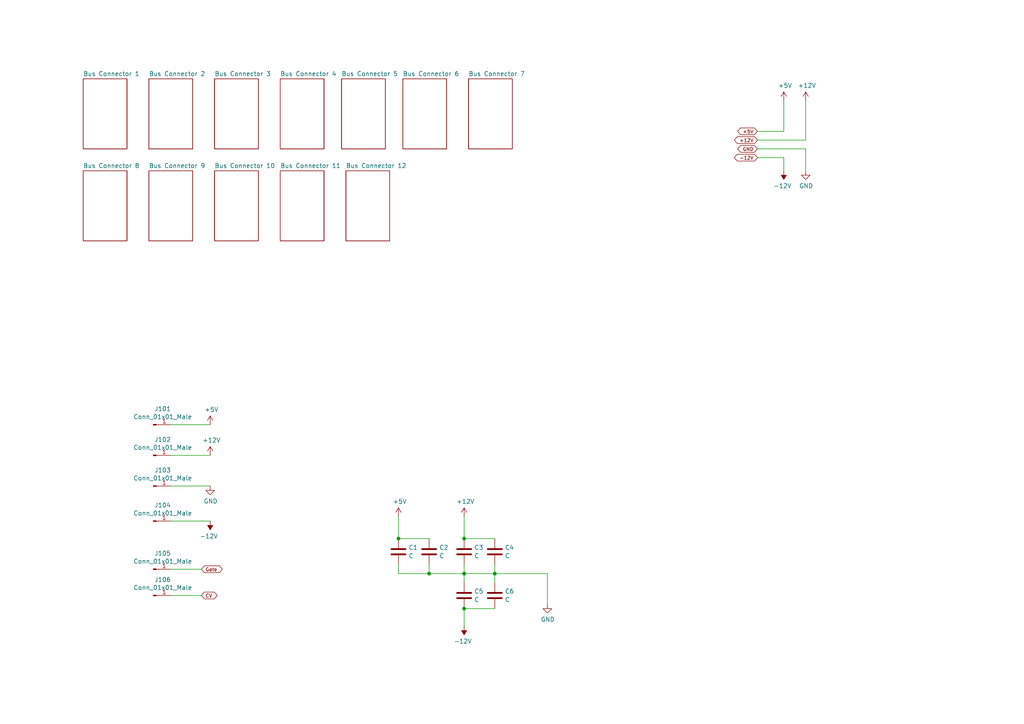
<source format=kicad_sch>
(kicad_sch (version 20231120) (generator "eeschema") (generator_version "8.0")
  (paper "A4")
  (title_block (title "moPsy Bus Board 3") (rev "1") (company "moPsy"))
  (lib_symbols
    (symbol "Device:C" (pin_numbers hide) (pin_names (offset 0.254))
      (property "Reference" "C" (at 0.635 2.54 0))
      (property "Value" "C" (at 0.635 -2.54 0))
      (symbol "C_0_1"
        (polyline (pts (xy -2.032 -0.762) (xy 2.032 -0.762)) (stroke (width 0.508)))
        (polyline (pts (xy -2.032 0.762) (xy 2.032 0.762)) (stroke (width 0.508)))
      )
      (symbol "C_1_1"
        (pin passive line (at 0 3.81 270) (length 2.794) (name "~") (number "1"))
        (pin passive line (at 0 -3.81 90) (length 2.794) (name "~") (number "2"))
      )
    )
    (symbol "mopsy_BusBoard_2-rescue:+12V-power" (power) (pin_names (offset 0))
      (property "Value" "power_+12V" (at 0 3.556 0))
      (symbol "+12V-power_0_1"
        (polyline (pts (xy -0.762 1.27) (xy 0 2.54)))
        (polyline (pts (xy 0 0) (xy 0 2.54)))
        (polyline (pts (xy 0 2.54) (xy 0.762 1.27)))
      )
      (symbol "+12V-power_1_1"
        (pin power_in line (at 0 0 90) (length 0) hide (name "+12V") (number "1"))
      )
    )
    (symbol "mopsy_BusBoard_2-rescue:+5V-power" (power) (pin_names (offset 0))
      (property "Value" "power_+5V" (at 0 3.556 0))
      (symbol "+5V-power_0_1"
        (polyline (pts (xy -0.762 1.27) (xy 0 2.54)))
        (polyline (pts (xy 0 0) (xy 0 2.54)))
        (polyline (pts (xy 0 2.54) (xy 0.762 1.27)))
      )
      (symbol "+5V-power_1_1"
        (pin power_in line (at 0 0 90) (length 0) hide (name "+5V") (number "1"))
      )
    )
    (symbol "mopsy_BusBoard_2-rescue:-12V-power" (power) (pin_names (offset 0))
      (property "Value" "power_-12V" (at 0 3.81 0))
      (symbol "-12V-power_0_0"
        (pin power_in line (at 0 0 90) (length 0) hide (name "-12V") (number "1"))
      )
      (symbol "-12V-power_0_1"
        (polyline (pts (xy 0 0) (xy 0 1.27) (xy 0.762 1.27) (xy 0 2.54) (xy -0.762 1.27) (xy 0 1.27)) (fill (type outline)))
      )
    )
    (symbol "mopsy_BusBoard_2-rescue:Conn_01x01_Male-Connector" (pin_names (offset 1.016) hide)
      (property "Reference" "J" (at 0 2.54 0))
      (property "Value" "Connector_Conn_01x01_Male" (at 0 -2.54 0))
      (symbol "Conn_01x01_Male-Connector_1_1"
        (polyline (pts (xy 1.27 0) (xy 0.8636 0)) (stroke (width 0.1524)))
        (rectangle (start 0.8636 0.127) (end 0 -0.127) (stroke (width 0.1524)) (fill (type outline)))
        (pin passive line (at 5.08 0 180) (length 3.81) (name "Pin_1") (number "1"))
      )
    )
    (symbol "mopsy_BusBoard_2-rescue:GND-power" (power) (pin_names (offset 0))
      (property "Value" "power_GND" (at 0 -3.81 0))
      (symbol "GND-power_0_1"
        (polyline (pts (xy 0 0) (xy 0 -1.27) (xy 1.27 -1.27) (xy 0 -2.54) (xy -1.27 -1.27) (xy 0 -1.27)))
      )
      (symbol "GND-power_1_1"
        (pin power_in line (at 0 0 270) (length 0) hide (name "GND") (number "1"))
      )
    )
  )
  (junction (at 134.62 156.21))
  (junction (at 115.57 156.21))
  (junction (at 124.46 166.37))
  (junction (at 134.62 176.53))
  (junction (at 143.51 166.37))
  (junction (at 134.62 166.37))
  (wire (pts (xy 143.51 166.37) (xy 158.75 166.37)))
  (wire (pts (xy 233.68 43.18) (xy 233.68 49.53)))
  (wire (pts (xy 134.62 176.53) (xy 143.51 176.53)))
  (wire (pts (xy 49.53 151.13) (xy 60.96 151.13)))
  (wire (pts (xy 134.62 181.61) (xy 134.62 176.53)))
  (wire (pts (xy 134.62 163.83) (xy 134.62 166.37)))
  (wire (pts (xy 49.53 123.19) (xy 60.96 123.19)))
  (wire (pts (xy 219.71 45.72) (xy 227.33 45.72)))
  (wire (pts (xy 134.62 166.37) (xy 143.51 166.37)))
  (wire (pts (xy 124.46 163.83) (xy 124.46 166.37)))
  (wire (pts (xy 158.75 166.37) (xy 158.75 175.26)))
  (wire (pts (xy 115.57 166.37) (xy 124.46 166.37)))
  (wire (pts (xy 134.62 149.86) (xy 134.62 156.21)))
  (wire (pts (xy 219.71 40.64) (xy 233.68 40.64)))
  (wire (pts (xy 60.96 132.08) (xy 49.53 132.08)))
  (wire (pts (xy 227.33 38.1) (xy 227.33 29.21)))
  (wire (pts (xy 115.57 149.86) (xy 115.57 156.21)))
  (wire (pts (xy 115.57 156.21) (xy 124.46 156.21)))
  (wire (pts (xy 134.62 156.21) (xy 143.51 156.21)))
  (wire (pts (xy 219.71 38.1) (xy 227.33 38.1)))
  (wire (pts (xy 227.33 45.72) (xy 227.33 49.53)))
  (wire (pts (xy 134.62 166.37) (xy 134.62 168.91)))
  (wire (pts (xy 49.53 165.1) (xy 58.42 165.1)))
  (wire (pts (xy 115.57 163.83) (xy 115.57 166.37)))
  (wire (pts (xy 124.46 166.37) (xy 134.62 166.37)))
  (wire (pts (xy 49.53 172.72) (xy 58.42 172.72)))
  (wire (pts (xy 143.51 163.83) (xy 143.51 166.37)))
  (wire (pts (xy 143.51 166.37) (xy 143.51 168.91)))
  (wire (pts (xy 233.68 40.64) (xy 233.68 29.21)))
  (wire (pts (xy 233.68 43.18) (xy 219.71 43.18)))
  (wire (pts (xy 49.53 140.97) (xy 60.96 140.97)))
  (global_label "CV" (shape bidirectional) (at 58.42 172.72 0) (effects (font (size 0.9906 0.9906))) (property "Intersheetrefs" "${INTERSHEET_REFS}" (effects (hide yes))))
  (global_label "+5V" (shape bidirectional) (at 219.71 38.1 180) (effects (font (size 0.9906 0.9906))) (property "Intersheetrefs" "${INTERSHEET_REFS}" (effects (hide yes))))
  (global_label "GND" (shape bidirectional) (at 219.71 43.18 180) (effects (font (size 0.9906 0.9906))) (property "Intersheetrefs" "${INTERSHEET_REFS}" (effects (hide yes))))
  (global_label "+12V" (shape bidirectional) (at 219.71 40.64 180) (effects (font (size 0.9906 0.9906))) (property "Intersheetrefs" "${INTERSHEET_REFS}" (effects (hide yes))))
  (global_label "-12V" (shape bidirectional) (at 219.71 45.72 180) (effects (font (size 0.9906 0.9906))) (property "Intersheetrefs" "${INTERSHEET_REFS}" (effects (hide yes))))
  (global_label "Gate" (shape bidirectional) (at 58.42 165.1 0) (effects (font (size 0.9906 0.9906))) (property "Intersheetrefs" "${INTERSHEET_REFS}" (effects (hide yes))))
  (symbol (lib_id "mopsy_BusBoard_2-rescue:Conn_01x01_Male-Connector") (at 44.45 123.19 0) (unit 1)
    (property "Reference" "J101" (at 47.1932 118.5926 0))
    (property "Value" "Conn_01x01_Male" (at 47.1932 120.904 0))
    (property "Footprint" "moPsy:Connector FS-P475" (effects (hide yes)))
  )
  (symbol (lib_id "mopsy_BusBoard_2-rescue:Conn_01x01_Male-Connector") (at 44.45 132.08 0) (unit 1)
    (property "Reference" "J102" (at 47.1932 127.4826 0))
    (property "Value" "Conn_01x01_Male" (at 47.1932 129.794 0))
    (property "Footprint" "moPsy:Connector FS-P475" (effects (hide yes)))
  )
  (symbol (lib_id "mopsy_BusBoard_2-rescue:Conn_01x01_Male-Connector") (at 44.45 140.97 0) (unit 1)
    (property "Reference" "J103" (at 47.1932 136.3726 0))
    (property "Value" "Conn_01x01_Male" (at 47.1932 138.684 0))
    (property "Footprint" "moPsy:Connector FS-P475" (effects (hide yes)))
  )
  (symbol (lib_id "mopsy_BusBoard_2-rescue:Conn_01x01_Male-Connector") (at 44.45 151.13 0) (unit 1)
    (property "Reference" "J104" (at 47.1932 146.5326 0))
    (property "Value" "Conn_01x01_Male" (at 47.1932 148.844 0))
    (property "Footprint" "moPsy:Connector FS-P475" (effects (hide yes)))
  )
  (symbol (lib_id "mopsy_BusBoard_2-rescue:+5V-power") (at 60.96 123.19 0) (unit 1)
    (property "Reference" "#PWR0101" (effects (hide yes)))
    (property "Value" "+5V" (at 61.341 118.7958 0))
  )
  (symbol (lib_id "mopsy_BusBoard_2-rescue:GND-power") (at 60.96 140.97 0) (unit 1)
    (property "Reference" "#PWR0102" (effects (hide yes)))
    (property "Value" "GND" (at 61.087 145.3642 0))
  )
  (symbol (lib_id "mopsy_BusBoard_2-rescue:+12V-power") (at 60.96 132.08 0) (unit 1)
    (property "Reference" "#PWR0103" (effects (hide yes)))
    (property "Value" "+12V" (at 61.341 127.6858 0))
  )
  (symbol (lib_id "mopsy_BusBoard_2-rescue:-12V-power") (at 60.96 151.13 180) (unit 1)
    (property "Reference" "#PWR0104" (effects (hide yes)))
    (property "Value" "-12V" (at 60.579 155.5242 0))
  )
  (symbol (lib_id "mopsy_BusBoard_2-rescue:+12V-power") (at 233.68 29.21 0) (unit 1)
    (property "Reference" "#PWR0109" (effects (hide yes)))
    (property "Value" "+12V" (at 234.061 24.8158 0))
  )
  (symbol (lib_id "mopsy_BusBoard_2-rescue:GND-power") (at 233.68 49.53 0) (unit 1)
    (property "Reference" "#PWR0110" (effects (hide yes)))
    (property "Value" "GND" (at 233.807 53.9242 0))
  )
  (symbol (lib_id "mopsy_BusBoard_2-rescue:-12V-power") (at 227.33 49.53 180) (unit 1)
    (property "Reference" "#PWR0111" (effects (hide yes)))
    (property "Value" "-12V" (at 226.949 53.9242 0))
  )
  (symbol (lib_id "mopsy_BusBoard_2-rescue:+5V-power") (at 227.33 29.21 0) (unit 1)
    (property "Reference" "#PWR0112" (effects (hide yes)))
    (property "Value" "+5V" (at 227.711 24.8158 0))
  )
  (symbol (lib_id "mopsy_BusBoard_2-rescue:Conn_01x01_Male-Connector") (at 44.45 165.1 0) (unit 1)
    (property "Reference" "J105" (at 47.1932 160.5026 0))
    (property "Value" "Conn_01x01_Male" (at 47.1932 162.814 0))
    (property "Footprint" "Connector_Pin:Pin_D0.9mm_L10.0mm_W2.4mm_FlatFork" (effects (hide yes)))
  )
  (symbol (lib_id "mopsy_BusBoard_2-rescue:Conn_01x01_Male-Connector") (at 44.45 172.72 0) (unit 1)
    (property "Reference" "J106" (at 47.1932 168.1226 0))
    (property "Value" "Conn_01x01_Male" (at 47.1932 170.434 0))
    (property "Footprint" "Connector_Pin:Pin_D0.9mm_L10.0mm_W2.4mm_FlatFork" (effects (hide yes)))
  )
  (symbol (lib_id "Device:C") (at 134.62 160.02 0) (unit 1)
    (property "Reference" "C3" (at 137.541 158.8078 0) (effects (justify left)))
    (property "Value" "C" (at 137.541 161.2321 0) (effects (justify left)))
    (property "Footprint" "Capacitor_THT:C_Rect_L7.0mm_W2.5mm_P5.00mm" (effects (hide yes)))
    (property "Description" "Unpolarized capacitor" (effects (hide yes)))
  )
  (symbol (lib_id "Device:C") (at 143.51 160.02 0) (unit 1)
    (property "Reference" "C4" (at 146.431 158.8078 0) (effects (justify left)))
    (property "Value" "C" (at 146.431 161.2321 0) (effects (justify left)))
    (property "Footprint" "Capacitor_THT:C_Rect_L7.0mm_W2.5mm_P5.00mm" (effects (hide yes)))
    (property "Description" "Unpolarized capacitor" (effects (hide yes)))
  )
  (symbol (lib_id "mopsy_BusBoard_2-rescue:-12V-power") (at 134.62 181.61 180) (unit 1)
    (property "Reference" "#PWR03" (effects (hide yes)))
    (property "Value" "-12V" (at 134.239 186.0042 0))
  )
  (symbol (lib_id "mopsy_BusBoard_2-rescue:+12V-power") (at 134.62 149.86 0) (unit 1)
    (property "Reference" "#PWR02" (effects (hide yes)))
    (property "Value" "+12V" (at 135.001 145.4658 0))
  )
  (symbol (lib_id "mopsy_BusBoard_2-rescue:GND-power") (at 158.75 175.26 0) (unit 1)
    (property "Reference" "#PWR04" (effects (hide yes)))
    (property "Value" "GND" (at 158.877 179.6542 0))
  )
  (symbol (lib_id "Device:C") (at 143.51 172.72 0) (unit 1)
    (property "Reference" "C6" (at 146.431 171.5078 0) (effects (justify left)))
    (property "Value" "C" (at 146.431 173.9321 0) (effects (justify left)))
    (property "Footprint" "Capacitor_THT:C_Rect_L7.0mm_W2.5mm_P5.00mm" (effects (hide yes)))
    (property "Description" "Unpolarized capacitor" (effects (hide yes)))
  )
  (symbol (lib_id "mopsy_BusBoard_2-rescue:+5V-power") (at 115.57 149.86 0) (unit 1)
    (property "Reference" "#PWR01" (effects (hide yes)))
    (property "Value" "+5V" (at 115.951 145.4658 0))
  )
  (symbol (lib_id "Device:C") (at 115.57 160.02 0) (unit 1)
    (property "Reference" "C1" (at 118.491 158.8078 0) (effects (justify left)))
    (property "Value" "C" (at 118.491 161.2321 0) (effects (justify left)))
    (property "Footprint" "Capacitor_THT:C_Rect_L7.0mm_W2.5mm_P5.00mm" (effects (hide yes)))
    (property "Description" "Unpolarized capacitor" (effects (hide yes)))
  )
  (symbol (lib_id "Device:C") (at 124.46 160.02 0) (unit 1)
    (property "Reference" "C2" (at 127.381 158.8078 0) (effects (justify left)))
    (property "Value" "C" (at 127.381 161.2321 0) (effects (justify left)))
    (property "Footprint" "Capacitor_THT:C_Rect_L7.0mm_W2.5mm_P5.00mm" (effects (hide yes)))
    (property "Description" "Unpolarized capacitor" (effects (hide yes)))
  )
  (symbol (lib_id "Device:C") (at 134.62 172.72 0) (unit 1)
    (property "Reference" "C5" (at 137.541 171.5078 0) (effects (justify left)))
    (property "Value" "C" (at 137.541 173.9321 0) (effects (justify left)))
    (property "Footprint" "Capacitor_THT:C_Rect_L7.0mm_W2.5mm_P5.00mm" (effects (hide yes)))
    (property "Description" "Unpolarized capacitor" (effects (hide yes)))
  )
  (sheet (at 116.84 22.86) (size 12.7 20.32) (stroke (width 0.1524))
    (property "Sheetname" "Bus Connector 6" (at 116.84 22.1484 0) (effects (justify left bottom)))
    (property "Sheetfile" "bus_connector.kicad_sch" (effects (hide yes)))
  )
  (sheet (at 24.13 49.53) (size 12.7 20.32) (stroke (width 0.1524))
    (property "Sheetname" "Bus Connector 8" (at 24.13 48.8184 0) (effects (justify left bottom)))
    (property "Sheetfile" "bus_connector.kicad_sch" (effects (hide yes)))
  )
  (sheet (at 99.06 22.86) (size 12.7 20.32) (stroke (width 0.1524))
    (property "Sheetname" "Bus Connector 5" (at 99.06 22.1484 0) (effects (justify left bottom)))
    (property "Sheetfile" "bus_connector.kicad_sch" (effects (hide yes)))
  )
  (sheet (at 81.28 22.86) (size 12.7 20.32) (stroke (width 0.1524))
    (property "Sheetname" "Bus Connector 4" (at 81.28 22.1484 0) (effects (justify left bottom)))
    (property "Sheetfile" "bus_connector.kicad_sch" (effects (hide yes)))
  )
  (sheet (at 43.18 22.86) (size 12.7 20.32) (stroke (width 0.1524))
    (property "Sheetname" "Bus Connector 2" (at 43.18 22.1484 0) (effects (justify left bottom)))
    (property "Sheetfile" "bus_connector.kicad_sch" (effects (hide yes)))
  )
  (sheet (at 62.23 49.53) (size 12.7 20.32) (stroke (width 0.1524))
    (property "Sheetname" "Bus Connector 10" (at 62.23 48.8184 0) (effects (justify left bottom)))
    (property "Sheetfile" "bus_connector.kicad_sch" (effects (hide yes)))
  )
  (sheet (at 43.18 49.53) (size 12.7 20.32) (stroke (width 0.1524))
    (property "Sheetname" "Bus Connector 9" (at 43.18 48.8184 0) (effects (justify left bottom)))
    (property "Sheetfile" "bus_connector.kicad_sch" (effects (hide yes)))
  )
  (sheet (at 81.28 49.53) (size 12.7 20.32) (stroke (width 0.1524))
    (property "Sheetname" "Bus Connector 11" (at 81.28 48.8184 0) (effects (justify left bottom)))
    (property "Sheetfile" "bus_connector.kicad_sch" (effects (hide yes)))
  )
  (sheet (at 62.23 22.86) (size 12.7 20.32) (stroke (width 0.1524))
    (property "Sheetname" "Bus Connector 3" (at 62.23 22.1484 0) (effects (justify left bottom)))
    (property "Sheetfile" "bus_connector.kicad_sch" (effects (hide yes)))
  )
  (sheet (at 135.89 22.86) (size 12.7 20.32) (stroke (width 0.1524))
    (property "Sheetname" "Bus Connector 7" (at 135.89 22.1484 0) (effects (justify left bottom)))
    (property "Sheetfile" "bus_connector.kicad_sch" (effects (hide yes)))
  )
  (sheet (at 24.13 22.86) (size 12.7 20.32) (stroke (width 0.1524))
    (property "Sheetname" "Bus Connector 1" (at 24.13 22.1484 0) (effects (justify left bottom)))
    (property "Sheetfile" "bus_connector.kicad_sch" (effects (hide yes)))
  )
  (sheet (at 100.33 49.53) (size 12.7 20.32) (stroke (width 0.1524))
    (property "Sheetname" "Bus Connector 12" (at 100.33 48.8184 0) (effects (justify left bottom)))
    (property "Sheetfile" "bus_connector.kicad_sch" (effects (hide yes)))
  )
)
</source>
